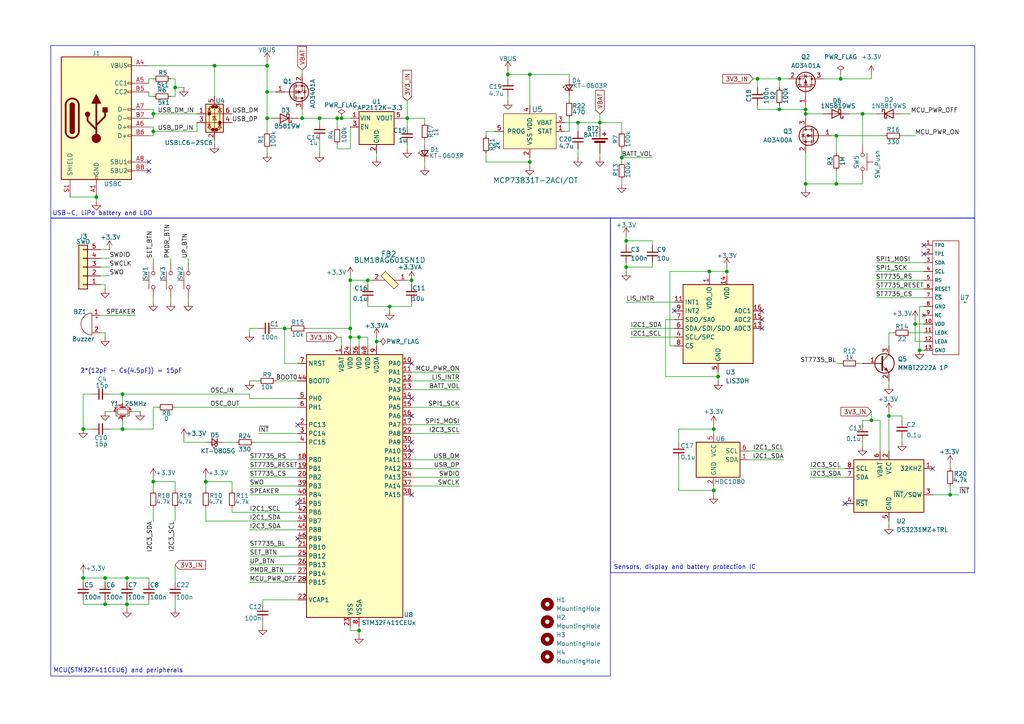
<source format=kicad_sch>
(kicad_sch (version 20231120) (generator "eeschema") (generator_version "8.0")
  (paper "A4")
  (title_block (title "dalws") (date "2024-06-24") (rev "v0.1") (company "author - alcato"))
  (junction (at 266.7 101.6))
  (junction (at 167.64 35.56))
  (junction (at 208.28 109.22))
  (junction (at 59.69 139.7))
  (junction (at 77.47 34.29))
  (junction (at 77.47 19.05))
  (junction (at 106.68 81.28))
  (junction (at 109.22 99.06))
  (junction (at 265.43 93.98))
  (junction (at 180.34 45.72))
  (junction (at 233.68 31.75))
  (junction (at 257.81 120.65))
  (junction (at 119.38 81.28))
  (junction (at 87.63 34.29))
  (junction (at 226.06 31.75))
  (junction (at 147.32 21.59))
  (junction (at 30.48 175.26))
  (junction (at 153.67 46.99))
  (junction (at 153.67 21.59))
  (junction (at 101.6 95.25))
  (junction (at 77.47 26.67))
  (junction (at 207.01 124.46))
  (junction (at 250.19 33.02))
  (junction (at 233.68 53.34))
  (junction (at 35.56 114.3))
  (junction (at 275.59 143.51))
  (junction (at 44.45 38.1))
  (junction (at 118.11 34.29))
  (junction (at 243.84 22.86))
  (junction (at 242.57 39.37))
  (junction (at 113.03 88.9))
  (junction (at 50.8 25.4))
  (junction (at 101.6 97.79))
  (junction (at 104.14 182.88))
  (junction (at 99.06 34.29))
  (junction (at 181.61 77.47))
  (junction (at 219.71 22.86))
  (junction (at 36.83 175.26))
  (junction (at 24.13 124.46))
  (junction (at 101.6 81.28))
  (junction (at 104.14 97.79))
  (junction (at 44.45 139.7))
  (junction (at 173.99 35.56))
  (junction (at 207.01 142.24))
  (junction (at 82.55 95.25))
  (junction (at 97.79 34.29))
  (junction (at 226.06 22.86))
  (junction (at 242.57 53.34))
  (junction (at 62.23 19.05))
  (junction (at 35.56 124.46))
  (junction (at 252.73 121.92))
  (junction (at 27.94 57.15))
  (junction (at 233.68 33.02))
  (junction (at 205.74 78.74))
  (junction (at 44.45 33.02))
  (junction (at 30.48 167.64))
  (junction (at 210.82 78.74))
  (junction (at 36.83 167.64))
  (junction (at 24.13 167.64))
  (junction (at 181.61 69.85))
  (junction (at 92.71 34.29))
  (no_connect (at 119.38 130.81))
  (no_connect (at 86.36 123.19))
  (no_connect (at 220.98 90.17))
  (no_connect (at 220.98 92.71))
  (no_connect (at 86.36 146.05))
  (no_connect (at 119.38 143.51))
  (no_connect (at 43.18 49.53))
  (no_connect (at 195.58 90.17))
  (no_connect (at 119.38 115.57))
  (no_connect (at 245.11 146.05))
  (no_connect (at 267.97 71.12))
  (no_connect (at 270.51 135.89))
  (no_connect (at 267.97 73.66))
  (no_connect (at 86.36 156.21))
  (no_connect (at 43.18 46.99))
  (no_connect (at 119.38 105.41))
  (no_connect (at 119.38 128.27))
  (no_connect (at 220.98 95.25))
  (no_connect (at 119.38 120.65))
  (wire (pts (xy 181.61 77.47) (xy 189.23 77.47)))
  (wire (pts (xy 104.14 97.79) (xy 106.68 97.79)))
  (wire (pts (xy 219.71 22.86) (xy 226.06 22.86)))
  (wire (pts (xy 29.21 77.47) (xy 31.75 77.47)))
  (wire (pts (xy 226.06 31.75) (xy 233.68 31.75)))
  (wire (pts (xy 109.22 44.45) (xy 109.22 45.72)))
  (wire (pts (xy 31.75 124.46) (xy 35.56 124.46)))
  (wire (pts (xy 72.39 133.35) (xy 86.36 133.35)))
  (wire (pts (xy 72.39 153.67) (xy 86.36 153.67)))
  (wire (pts (xy 250.19 121.92) (xy 250.19 123.19)))
  (wire (pts (xy 250.19 128.27) (xy 250.19 129.54)))
  (wire (pts (xy 250.19 33.02) (xy 254 33.02)))
  (wire (pts (xy 210.82 77.47) (xy 210.82 78.74)))
  (wire (pts (xy 217.17 130.81) (xy 227.33 130.81)))
  (wire (pts (xy 153.67 21.59) (xy 153.67 30.48)))
  (wire (pts (xy 50.8 25.4) (xy 50.8 27.94)))
  (wire (pts (xy 35.56 124.46) (xy 44.45 124.46)))
  (wire (pts (xy 24.13 114.3) (xy 24.13 124.46)))
  (wire (pts (xy 44.45 139.7) (xy 50.8 139.7)))
  (wire (pts (xy 30.48 167.64) (xy 36.83 167.64)))
  (wire (pts (xy 250.19 33.02) (xy 250.19 41.91)))
  (wire (pts (xy 181.61 77.47) (xy 181.61 78.74)))
  (wire (pts (xy 101.6 95.25) (xy 101.6 97.79)))
  (wire (pts (xy 275.59 140.97) (xy 275.59 143.51)))
  (wire (pts (xy 257.81 120.65) (xy 257.81 130.81)))
  (wire (pts (xy 180.34 43.18) (xy 180.34 45.72)))
  (wire (pts (xy 36.83 167.64) (xy 43.18 167.64)))
  (wire (pts (xy 219.71 30.48) (xy 219.71 31.75)))
  (wire (pts (xy 194.31 78.74) (xy 205.74 78.74)))
  (wire (pts (xy 29.21 72.39) (xy 31.75 72.39)))
  (wire (pts (xy 99.06 97.79) (xy 99.06 100.33)))
  (wire (pts (xy 43.18 34.29) (xy 44.45 34.29)))
  (wire (pts (xy 123.19 40.64) (xy 123.19 41.91)))
  (wire (pts (xy 106.68 88.9) (xy 113.03 88.9)))
  (wire (pts (xy 165.1 29.21) (xy 165.1 27.94)))
  (wire (pts (xy 265.43 93.98) (xy 267.97 93.98)))
  (wire (pts (xy 29.21 80.01) (xy 31.75 80.01)))
  (wire (pts (xy 36.83 167.64) (xy 36.83 168.91)))
  (wire (pts (xy 101.6 97.79) (xy 101.6 100.33)))
  (wire (pts (xy 44.45 139.7) (xy 44.45 142.24)))
  (wire (pts (xy 119.38 118.11) (xy 133.35 118.11)))
  (wire (pts (xy 82.55 95.25) (xy 83.82 95.25)))
  (wire (pts (xy 50.8 27.94) (xy 49.53 27.94)))
  (wire (pts (xy 92.71 34.29) (xy 97.79 34.29)))
  (wire (pts (xy 44.45 138.43) (xy 44.45 139.7)))
  (wire (pts (xy 181.61 69.85) (xy 189.23 69.85)))
  (wire (pts (xy 104.14 182.88) (xy 104.14 184.15)))
  (wire (pts (xy 29.21 74.93) (xy 31.75 74.93)))
  (wire (pts (xy 266.7 101.6) (xy 267.97 101.6)))
  (wire (pts (xy 50.8 118.11) (xy 86.36 118.11)))
  (wire (pts (xy 24.13 175.26) (xy 30.48 175.26)))
  (wire (pts (xy 217.17 133.35) (xy 227.33 133.35)))
  (wire (pts (xy 82.55 105.41) (xy 86.36 105.41)))
  (wire (pts (xy 72.39 110.49) (xy 74.93 110.49)))
  (wire (pts (xy 59.69 147.32) (xy 59.69 151.13)))
  (wire (pts (xy 36.83 173.99) (xy 36.83 175.26)))
  (wire (pts (xy 250.19 52.07) (xy 250.19 53.34)))
  (wire (pts (xy 123.19 46.99) (xy 123.19 48.26)))
  (wire (pts (xy 72.39 163.83) (xy 86.36 163.83)))
  (wire (pts (xy 43.18 27.94) (xy 44.45 27.94)))
  (wire (pts (xy 43.18 36.83) (xy 44.45 36.83)))
  (wire (pts (xy 180.34 45.72) (xy 180.34 46.99)))
  (wire (pts (xy 207.01 123.19) (xy 207.01 124.46)))
  (wire (pts (xy 53.34 128.27) (xy 59.69 128.27)))
  (wire (pts (xy 72.39 168.91) (xy 86.36 168.91)))
  (wire (pts (xy 257.81 119.38) (xy 257.81 120.65)))
  (wire (pts (xy 72.39 138.43) (xy 86.36 138.43)))
  (wire (pts (xy 254 78.74) (xy 267.97 78.74)))
  (wire (pts (xy 44.45 33.02) (xy 44.45 34.29)))
  (wire (pts (xy 24.13 173.99) (xy 24.13 175.26)))
  (wire (pts (xy 50.8 139.7) (xy 50.8 142.24)))
  (wire (pts (xy 44.45 38.1) (xy 44.45 39.37)))
  (wire (pts (xy 72.39 114.3) (xy 72.39 115.57)))
  (wire (pts (xy 72.39 166.37) (xy 86.36 166.37)))
  (wire (pts (xy 252.73 119.38) (xy 252.73 121.92)))
  (wire (pts (xy 43.18 19.05) (xy 62.23 19.05)))
  (wire (pts (xy 24.13 167.64) (xy 24.13 168.91)))
  (wire (pts (xy 118.11 43.18) (xy 118.11 41.91)))
  (wire (pts (xy 53.34 127) (xy 53.34 128.27)))
  (wire (pts (xy 275.59 134.62) (xy 275.59 135.89)))
  (wire (pts (xy 233.68 33.02) (xy 238.76 33.02)))
  (wire (pts (xy 147.32 21.59) (xy 153.67 21.59)))
  (wire (pts (xy 30.48 96.52) (xy 30.48 97.79)))
  (wire (pts (xy 181.61 76.2) (xy 181.61 77.47)))
  (wire (pts (xy 257.81 120.65) (xy 261.62 120.65)))
  (wire (pts (xy 43.18 26.67) (xy 43.18 27.94)))
  (wire (pts (xy 140.97 46.99) (xy 153.67 46.99)))
  (wire (pts (xy 97.79 34.29) (xy 99.06 34.29)))
  (wire (pts (xy 261.62 120.65) (xy 261.62 121.92)))
  (wire (pts (xy 266.7 88.9) (xy 267.97 88.9)))
  (wire (pts (xy 243.84 21.59) (xy 243.84 22.86)))
  (wire (pts (xy 153.67 21.59) (xy 165.1 21.59)))
  (wire (pts (xy 254 83.82) (xy 267.97 83.82)))
  (wire (pts (xy 205.74 78.74) (xy 210.82 78.74)))
  (wire (pts (xy 24.13 124.46) (xy 26.67 124.46)))
  (wire (pts (xy 233.68 53.34) (xy 233.68 54.61)))
  (wire (pts (xy 233.68 44.45) (xy 233.68 53.34)))
  (wire (pts (xy 86.36 34.29) (xy 87.63 34.29)))
  (wire (pts (xy 266.7 88.9) (xy 266.7 101.6)))
  (wire (pts (xy 194.31 78.74) (xy 194.31 100.33)))
  (wire (pts (xy 104.14 97.79) (xy 104.14 100.33)))
  (wire (pts (xy 193.04 92.71) (xy 195.58 92.71)))
  (wire (pts (xy 242.57 105.41) (xy 243.84 105.41)))
  (wire (pts (xy 255.27 121.92) (xy 255.27 130.81)))
  (wire (pts (xy 261.62 39.37) (xy 265.43 39.37)))
  (wire (pts (xy 181.61 68.58) (xy 181.61 69.85)))
  (wire (pts (xy 210.82 78.74) (xy 210.82 80.01)))
  (wire (pts (xy 242.57 49.53) (xy 242.57 53.34)))
  (wire (pts (xy 43.18 22.86) (xy 43.18 24.13)))
  (wire (pts (xy 207.01 124.46) (xy 207.01 125.73)))
  (wire (pts (xy 101.6 36.83) (xy 101.6 43.18)))
  (wire (pts (xy 233.68 53.34) (xy 242.57 53.34)))
  (wire (pts (xy 27.94 57.15) (xy 27.94 58.42)))
  (wire (pts (xy 140.97 44.45) (xy 140.97 46.99)))
  (wire (pts (xy 44.45 31.75) (xy 44.45 33.02)))
  (wire (pts (xy 80.01 110.49) (xy 86.36 110.49)))
  (wire (pts (xy 87.63 34.29) (xy 92.71 34.29)))
  (wire (pts (xy 29.21 96.52) (xy 30.48 96.52)))
  (wire (pts (xy 77.47 19.05) (xy 77.47 26.67)))
  (wire (pts (xy 118.11 34.29) (xy 123.19 34.29)))
  (wire (pts (xy 257.81 96.52) (xy 257.81 100.33)))
  (wire (pts (xy 72.39 135.89) (xy 86.36 135.89)))
  (wire (pts (xy 87.63 20.32) (xy 87.63 21.59)))
  (wire (pts (xy 77.47 26.67) (xy 77.47 34.29)))
  (wire (pts (xy 76.2 173.99) (xy 86.36 173.99)))
  (wire (pts (xy 73.66 128.27) (xy 86.36 128.27)))
  (wire (pts (xy 233.68 31.75) (xy 233.68 30.48)))
  (wire (pts (xy 207.01 143.51) (xy 207.01 142.24)))
  (wire (pts (xy 265.43 99.06) (xy 267.97 99.06)))
  (wire (pts (xy 119.38 138.43) (xy 133.35 138.43)))
  (wire (pts (xy 30.48 173.99) (xy 30.48 175.26)))
  (wire (pts (xy 36.83 175.26) (xy 43.18 175.26)))
  (wire (pts (xy 29.21 91.44) (xy 39.37 91.44)))
  (wire (pts (xy 106.68 97.79) (xy 106.68 100.33)))
  (wire (pts (xy 119.38 133.35) (xy 133.35 133.35)))
  (wire (pts (xy 265.43 92.71) (xy 265.43 93.98)))
  (wire (pts (xy 24.13 166.37) (xy 24.13 167.64)))
  (wire (pts (xy 257.81 96.52) (xy 259.08 96.52)))
  (wire (pts (xy 43.18 173.99) (xy 43.18 175.26)))
  (wire (pts (xy 88.9 95.25) (xy 101.6 95.25)))
  (wire (pts (xy 173.99 33.02) (xy 173.99 35.56)))
  (wire (pts (xy 163.83 35.56) (xy 167.64 35.56)))
  (wire (pts (xy 109.22 97.79) (xy 109.22 99.06)))
  (wire (pts (xy 140.97 38.1) (xy 143.51 38.1)))
  (wire (pts (xy 101.6 181.61) (xy 101.6 182.88)))
  (wire (pts (xy 119.38 87.63) (xy 119.38 88.9)))
  (wire (pts (xy 44.45 118.11) (xy 44.45 124.46)))
  (wire (pts (xy 182.88 95.25) (xy 195.58 95.25)))
  (wire (pts (xy 106.68 81.28) (xy 107.95 81.28)))
  (wire (pts (xy 181.61 87.63) (xy 195.58 87.63)))
  (wire (pts (xy 254 81.28) (xy 267.97 81.28)))
  (wire (pts (xy 77.47 17.78) (xy 77.47 19.05)))
  (wire (pts (xy 54.61 74.93) (xy 54.61 76.2)))
  (wire (pts (xy 49.53 87.63) (xy 49.53 86.36)))
  (wire (pts (xy 257.81 151.13) (xy 257.81 152.4)))
  (wire (pts (xy 219.71 22.86) (xy 219.71 25.4)))
  (wire (pts (xy 50.8 22.86) (xy 50.8 25.4)))
  (wire (pts (xy 92.71 35.56) (xy 92.71 34.29)))
  (wire (pts (xy 62.23 19.05) (xy 62.23 27.94)))
  (wire (pts (xy 72.39 95.25) (xy 72.39 96.52)))
  (wire (pts (xy 270.51 143.51) (xy 275.59 143.51)))
  (wire (pts (xy 153.67 45.72) (xy 153.67 46.99)))
  (wire (pts (xy 254 86.36) (xy 267.97 86.36)))
  (wire (pts (xy 64.77 128.27) (xy 68.58 128.27)))
  (wire (pts (xy 77.47 43.18) (xy 77.47 44.45)))
  (wire (pts (xy 106.68 87.63) (xy 106.68 88.9)))
  (wire (pts (xy 193.04 92.71) (xy 193.04 109.22)))
  (wire (pts (xy 59.69 139.7) (xy 67.31 139.7)))
  (wire (pts (xy 242.57 53.34) (xy 250.19 53.34)))
  (wire (pts (xy 218.44 22.86) (xy 219.71 22.86)))
  (wire (pts (xy 106.68 81.28) (xy 106.68 82.55)))
  (wire (pts (xy 123.19 34.29) (xy 123.19 35.56)))
  (wire (pts (xy 35.56 114.3) (xy 35.56 116.84)))
  (wire (pts (xy 196.85 142.24) (xy 207.01 142.24)))
  (wire (pts (xy 265.43 93.98) (xy 265.43 99.06)))
  (wire (pts (xy 119.38 110.49) (xy 133.35 110.49)))
  (wire (pts (xy 44.45 36.83) (xy 44.45 38.1)))
  (wire (pts (xy 72.39 115.57) (xy 86.36 115.57)))
  (wire (pts (xy 36.83 175.26) (xy 36.83 176.53)))
  (wire (pts (xy 180.34 45.72) (xy 189.23 45.72)))
  (wire (pts (xy 163.83 38.1) (xy 165.1 38.1)))
  (wire (pts (xy 167.64 43.18) (xy 167.64 45.72)))
  (wire (pts (xy 189.23 76.2) (xy 189.23 77.47)))
  (wire (pts (xy 196.85 124.46) (xy 207.01 124.46)))
  (wire (pts (xy 234.95 138.43) (xy 245.11 138.43)))
  (wire (pts (xy 196.85 124.46) (xy 196.85 128.27)))
  (wire (pts (xy 30.48 119.38) (xy 33.02 119.38)))
  (wire (pts (xy 226.06 22.86) (xy 228.6 22.86)))
  (wire (pts (xy 43.18 39.37) (xy 44.45 39.37)))
  (wire (pts (xy 233.68 33.02) (xy 233.68 34.29)))
  (wire (pts (xy 72.39 158.75) (xy 86.36 158.75)))
  (wire (pts (xy 77.47 34.29) (xy 77.47 38.1)))
  (wire (pts (xy 119.38 113.03) (xy 133.35 113.03)))
  (wire (pts (xy 208.28 109.22) (xy 208.28 110.49)))
  (wire (pts (xy 59.69 139.7) (xy 59.69 142.24)))
  (wire (pts (xy 118.11 34.29) (xy 118.11 36.83)))
  (wire (pts (xy 241.3 39.37) (xy 242.57 39.37)))
  (wire (pts (xy 54.61 87.63) (xy 54.61 86.36)))
  (wire (pts (xy 50.8 147.32) (xy 50.8 151.13)))
  (wire (pts (xy 72.39 143.51) (xy 86.36 143.51)))
  (wire (pts (xy 254 76.2) (xy 267.97 76.2)))
  (wire (pts (xy 167.64 35.56) (xy 167.64 38.1)))
  (wire (pts (xy 248.92 105.41) (xy 250.19 105.41)))
  (wire (pts (xy 116.84 34.29) (xy 118.11 34.29)))
  (wire (pts (xy 180.34 52.07) (xy 180.34 53.34)))
  (wire (pts (xy 92.71 44.45) (xy 92.71 40.64)))
  (wire (pts (xy 59.69 138.43) (xy 59.69 139.7)))
  (wire (pts (xy 76.2 173.99) (xy 76.2 175.26)))
  (wire (pts (xy 234.95 135.89) (xy 245.11 135.89)))
  (wire (pts (xy 147.32 21.59) (xy 147.32 22.86)))
  (wire (pts (xy 44.45 38.1) (xy 57.15 38.1)))
  (wire (pts (xy 67.31 147.32) (xy 67.31 148.59)))
  (wire (pts (xy 226.06 22.86) (xy 226.06 25.4)))
  (wire (pts (xy 118.11 81.28) (xy 119.38 81.28)))
  (wire (pts (xy 44.45 87.63) (xy 44.45 86.36)))
  (wire (pts (xy 119.38 107.95) (xy 133.35 107.95)))
  (wire (pts (xy 173.99 35.56) (xy 180.34 35.56)))
  (wire (pts (xy 193.04 109.22) (xy 208.28 109.22)))
  (wire (pts (xy 44.45 74.93) (xy 44.45 76.2)))
  (wire (pts (xy 226.06 30.48) (xy 226.06 31.75)))
  (wire (pts (xy 252.73 21.59) (xy 252.73 22.86)))
  (wire (pts (xy 99.06 34.29) (xy 101.6 34.29)))
  (wire (pts (xy 97.79 43.18) (xy 101.6 43.18)))
  (wire (pts (xy 182.88 97.79) (xy 195.58 97.79)))
  (wire (pts (xy 140.97 38.1) (xy 140.97 39.37)))
  (wire (pts (xy 35.56 121.92) (xy 35.56 124.46)))
  (wire (pts (xy 119.38 140.97) (xy 133.35 140.97)))
  (wire (pts (xy 50.8 163.83) (xy 50.8 168.91)))
  (wire (pts (xy 119.38 123.19) (xy 133.35 123.19)))
  (wire (pts (xy 24.13 167.64) (xy 30.48 167.64)))
  (wire (pts (xy 50.8 25.4) (xy 53.34 25.4)))
  (wire (pts (xy 250.19 121.92) (xy 252.73 121.92)))
  (wire (pts (xy 173.99 44.45) (xy 173.99 45.72)))
  (wire (pts (xy 44.45 118.11) (xy 45.72 118.11)))
  (wire (pts (xy 97.79 97.79) (xy 99.06 97.79)))
  (wire (pts (xy 82.55 95.25) (xy 82.55 105.41)))
  (wire (pts (xy 97.79 34.29) (xy 97.79 36.83)))
  (wire (pts (xy 219.71 31.75) (xy 226.06 31.75)))
  (wire (pts (xy 50.8 22.86) (xy 49.53 22.86)))
  (wire (pts (xy 43.18 167.64) (xy 43.18 168.91)))
  (wire (pts (xy 101.6 182.88) (xy 104.14 182.88)))
  (wire (pts (xy 165.1 34.29) (xy 165.1 38.1)))
  (wire (pts (xy 87.63 31.75) (xy 87.63 34.29)))
  (wire (pts (xy 205.74 78.74) (xy 205.74 80.01)))
  (wire (pts (xy 30.48 167.64) (xy 30.48 168.91)))
  (wire (pts (xy 207.01 140.97) (xy 207.01 142.24)))
  (wire (pts (xy 50.8 173.99) (xy 50.8 176.53)))
  (wire (pts (xy 147.32 20.32) (xy 147.32 21.59)))
  (wire (pts (xy 67.31 148.59) (xy 86.36 148.59)))
  (wire (pts (xy 119.38 125.73) (xy 133.35 125.73)))
  (wire (pts (xy 233.68 31.75) (xy 233.68 33.02)))
  (wire (pts (xy 264.16 96.52) (xy 267.97 96.52)))
  (wire (pts (xy 77.47 26.67) (xy 80.01 26.67)))
  (wire (pts (xy 165.1 21.59) (xy 165.1 22.86)))
  (wire (pts (xy 275.59 143.51) (xy 278.13 143.51)))
  (wire (pts (xy 153.67 46.99) (xy 153.67 48.26)))
  (wire (pts (xy 113.03 88.9) (xy 113.03 90.17)))
  (wire (pts (xy 189.23 69.85) (xy 189.23 71.12)))
  (wire (pts (xy 57.15 35.56) (xy 57.15 38.1)))
  (wire (pts (xy 49.53 74.93) (xy 49.53 76.2)))
  (wire (pts (xy 119.38 135.89) (xy 133.35 135.89)))
  (wire (pts (xy 72.39 140.97) (xy 86.36 140.97)))
  (wire (pts (xy 35.56 114.3) (xy 72.39 114.3)))
  (wire (pts (xy 67.31 139.7) (xy 67.31 142.24)))
  (wire (pts (xy 113.03 88.9) (xy 119.38 88.9)))
  (wire (pts (xy 242.57 39.37) (xy 242.57 44.45)))
  (wire (pts (xy 38.1 119.38) (xy 40.64 119.38)))
  (wire (pts (xy 101.6 97.79) (xy 104.14 97.79)))
  (wire (pts (xy 30.48 82.55) (xy 30.48 83.82)))
  (wire (pts (xy 257.81 110.49) (xy 257.81 111.76)))
  (wire (pts (xy 196.85 133.35) (xy 196.85 142.24)))
  (wire (pts (xy 173.99 36.83) (xy 173.99 35.56)))
  (wire (pts (xy 208.28 107.95) (xy 208.28 109.22)))
  (wire (pts (xy 261.62 33.02) (xy 264.16 33.02)))
  (wire (pts (xy 59.69 151.13) (xy 86.36 151.13)))
  (wire (pts (xy 109.22 99.06) (xy 109.22 100.33)))
  (wire (pts (xy 101.6 81.28) (xy 106.68 81.28)))
  (wire (pts (xy 31.75 114.3) (xy 35.56 114.3)))
  (wire (pts (xy 72.39 95.25) (xy 74.93 95.25)))
  (wire (pts (xy 76.2 180.34) (xy 76.2 181.61)))
  (wire (pts (xy 242.57 39.37) (xy 256.54 39.37)))
  (wire (pts (xy 20.32 57.15) (xy 27.94 57.15)))
  (wire (pts (xy 181.61 69.85) (xy 181.61 71.12)))
  (wire (pts (xy 246.38 33.02) (xy 250.19 33.02)))
  (wire (pts (xy 119.38 81.28) (xy 119.38 82.55)))
  (wire (pts (xy 24.13 114.3) (xy 26.67 114.3)))
  (wire (pts (xy 194.31 100.33) (xy 195.58 100.33)))
  (wire (pts (xy 167.64 35.56) (xy 173.99 35.56)))
  (wire (pts (xy 238.76 22.86) (xy 243.84 22.86)))
  (wire (pts (xy 72.39 161.29) (xy 86.36 161.29)))
  (wire (pts (xy 261.62 127) (xy 261.62 128.27)))
  (wire (pts (xy 43.18 22.86) (xy 44.45 22.86)))
  (wire (pts (xy 44.45 33.02) (xy 57.15 33.02)))
  (wire (pts (xy 252.73 121.92) (xy 255.27 121.92)))
  (wire (pts (xy 77.47 34.29) (xy 78.74 34.29)))
  (wire (pts (xy 62.23 40.64) (xy 62.23 41.91)))
  (wire (pts (xy 80.01 95.25) (xy 82.55 95.25)))
  (wire (pts (xy 30.48 175.26) (xy 36.83 175.26)))
  (wire (pts (xy 243.84 22.86) (xy 252.73 22.86)))
  (wire (pts (xy 29.21 82.55) (xy 30.48 82.55)))
  (wire (pts (xy 180.34 35.56) (xy 180.34 38.1)))
  (wire (pts (xy 104.14 181.61) (xy 104.14 182.88)))
  (wire (pts (xy 74.93 125.73) (xy 86.36 125.73)))
  (wire (pts (xy 97.79 41.91) (xy 97.79 43.18)))
  (wire (pts (xy 101.6 81.28) (xy 101.6 95.25)))
  (wire (pts (xy 147.32 27.94) (xy 147.32 29.21)))
  (wire (pts (xy 62.23 19.05) (xy 77.47 19.05)))
  (wire (pts (xy 43.18 31.75) (xy 44.45 31.75)))
  (wire (pts (xy 101.6 80.01) (xy 101.6 81.28)))
  (wire (pts (xy 118.11 29.21) (xy 118.11 34.29)))
  (wire (pts (xy 44.45 147.32) (xy 44.45 151.13)))
  (rectangle (start 14.732 13.208) (end 282.702 63.246))
  (rectangle (start 177.038 63.246) (end 282.702 166.116))
  (rectangle (start 14.732 63.246) (end 177.038 196.088))
  (text "MCU(STM32F411CEU6) and peripherals" (at 34.29 194.564 0) (effects (font (size 1.27 1.27))))
  (text "2*(12pF - Cs(4.5pF)) = 15pF" (at 38.1 107.696 0) (effects (font (size 1.27 1.27))))
  (text "USB-C, LiPo battery and LDO" (at 29.718 61.976 0) (effects (font (size 1.27 1.27))))
  (text "Sensors, display and battery protection IC" (at 198.628 164.592 0) (effects (font (size 1.27 1.27))))
  (label "BATT_VOL" (at 133.35 113.03 180))
  (label "I2C1_SDA" (at 182.88 95.25 0))
  (label "SWCLK" (at 31.75 77.47 0))
  (label "ST7735_BL" (at 242.57 105.41 180))
  (label "MCU_PWR_OFF" (at 264.16 33.02 0))
  (label "MCU_PWR_ON" (at 265.43 39.37 0))
  (label "USB_DM" (at 133.35 133.35 180))
  (label "ST7735_CS" (at 72.39 138.43 0))
  (label "I2C3_SCL" (at 50.8 151.13 270))
  (label "SWCLK" (at 133.35 140.97 180))
  (label "SWO" (at 31.75 80.01 0))
  (label "I2C3_SCL" (at 234.95 135.89 0))
  (label "ST7735_RESET" (at 72.39 135.89 0))
  (label "USB_DP" (at 133.35 135.89 180))
  (label "SWDIO" (at 133.35 138.43 180))
  (label "OSC_OUT" (at 60.96 118.11 0))
  (label "MCU_PWR_OFF" (at 72.39 168.91 0))
  (label "~{INT}" (at 278.13 143.51 0))
  (label "ST7735_BL" (at 72.39 158.75 0))
  (label "I2C3_SCL" (at 133.35 125.73 180))
  (label "I2C1_SCL" (at 182.88 97.79 0))
  (label "I2C1_SDA" (at 227.33 133.35 180))
  (label "ST7735_CS" (at 254 86.36 0))
  (label "ST7735_RS" (at 72.39 133.35 0))
  (label "I2C3_SDA" (at 44.45 151.13 270))
  (label "USB_DP_IN" (at 45.72 38.1 0))
  (label "SPI1_MOSI" (at 254 76.2 0))
  (label "SPI1_SCK" (at 254 78.74 0))
  (label "ST7735_RS" (at 254 81.28 0))
  (label "BATT_VOL" (at 189.23 45.72 180))
  (label "UP_BTN" (at 54.61 74.93 90))
  (label "SET_BTN" (at 72.39 161.29 0))
  (label "SWO" (at 72.39 140.97 0))
  (label "BOOT0" (at 80.01 110.49 0))
  (label "ST7735_RESET" (at 254 83.82 0))
  (label "~{INT}" (at 74.93 125.73 0))
  (label "I2C1_SDA" (at 72.39 151.13 0))
  (label "MCU_PWR_ON" (at 133.35 107.95 180))
  (label "SPI1_MOSI" (at 133.35 123.19 180))
  (label "I2C3_SDA" (at 72.39 153.67 0))
  (label "USB_DM" (at 67.31 33.02 0))
  (label "USB_DP" (at 67.31 35.56 0))
  (label "LIS_INTR" (at 181.61 87.63 0))
  (label "PMDR_BTN" (at 72.39 166.37 0))
  (label "SWDIO" (at 31.75 74.93 0))
  (label "SET_BTN" (at 44.45 74.93 90))
  (label "I2C1_SCL" (at 72.39 148.59 0))
  (label "LIS_INTR" (at 133.35 110.49 180))
  (label "OSC_IN" (at 60.96 114.3 0))
  (label "I2C3_SDA" (at 234.95 138.43 0))
  (label "USB_DM_IN" (at 45.72 33.02 0))
  (label "I2C1_SCL" (at 227.33 130.81 180))
  (label "SPEAKER" (at 72.39 143.51 0))
  (label "SPI1_SCK" (at 133.35 118.11 180))
  (label "SPEAKER" (at 39.37 91.44 180))
  (label "PMDR_BTN" (at 49.53 74.93 90))
  (label "UP_BTN" (at 72.39 163.83 0))
  (global_label "3V3_IN" (shape input) (at 118.11 29.21 90) (property "Intersheetrefs" "${INTERSHEET_REFS}" (effects (hide yes))))
  (global_label "3V3_IN" (shape input) (at 50.8 163.83 0) (property "Intersheetrefs" "${INTERSHEET_REFS}" (effects (hide yes))))
  (global_label "3V3_IN" (shape input) (at 97.79 97.79 180) (property "Intersheetrefs" "${INTERSHEET_REFS}" (effects (hide yes))))
  (global_label "3V3_IN" (shape input) (at 218.44 22.86 180) (property "Intersheetrefs" "${INTERSHEET_REFS}" (effects (hide yes))))
  (global_label "3V3_IN" (shape input) (at 252.73 119.38 180) (property "Intersheetrefs" "${INTERSHEET_REFS}" (effects (hide yes))))
  (global_label "VBAT" (shape input) (at 87.63 20.32 90) (property "Intersheetrefs" "${INTERSHEET_REFS}" (effects (hide yes))))
  (global_label "VBAT" (shape input) (at 173.99 33.02 90) (property "Intersheetrefs" "${INTERSHEET_REFS}" (effects (hide yes))))
  (symbol (lib_id "Device:C_Small") (at 181.61 73.66 0) (unit 1)
    (property "Reference" "C3" (at 182.88 72.39 0) (effects (justify left)))
    (property "Value" "100n" (at 182.88 74.93 0) (effects (justify left)))
    (property "Footprint" "Capacitor_SMD:C_0402_1005Metric_Pad0.74x0.62mm_HandSolder" (effects (hide yes)))
    (property "Description" "Unpolarized capacitor, small symbol" (effects (hide yes)))
  )
  (symbol (lib_id "Sensor_Motion:LIS3DH") (at 208.28 92.71 0) (unit 1)
    (property "Reference" "U3" (at 210.4741 107.95 0) (effects (justify left)))
    (property "Value" "LIS3DH" (at 210.4741 110.49 0) (effects (justify left)))
    (property "Footprint" "alcato:LIS3DHTR" (effects (hide yes)))
    (property "Datasheet" "https://www.st.com/resource/en/datasheet/cd00274221.pdf" (effects (hide yes)))
    (property "Description" "3-Axis Accelerometer, 2/4/8/16g range, I2C/SPI interface, LGA-16" (effects (hide yes)))
  )
  (symbol (lib_id "power:GND") (at 44.45 87.63 0) (unit 1)
    (property "Reference" "#PWR028" (effects (hide yes)))
    (property "Value" "GND" (effects (hide yes)))
    (property "Description" "Power symbol creates a global label with name \"GND\" , ground" (effects (hide yes)))
  )
  (symbol (lib_id "power:GND") (at 173.99 45.72 0) (unit 1)
    (property "Reference" "#PWR09" (effects (hide yes)))
    (property "Value" "GND" (effects (hide yes)))
    (property "Description" "Power symbol creates a global label with name \"GND\" , ground" (effects (hide yes)))
  )
  (symbol (lib_id "Switch:SW_Push") (at 44.45 81.28 90) (unit 1)
    (property "Reference" "SW1" (at 42.164 77.216 0) (effects (justify right)))
    (property "Value" "SW_Push" (effects (hide yes)))
    (property "Footprint" "alcato:GT-TC060A-H025-L1" (effects (hide yes)))
    (property "Description" "Push button switch, generic, two pins" (effects (hide yes)))
  )
  (symbol (lib_id "power:GND") (at 250.19 129.54 0) (unit 1)
    (property "Reference" "#PWR040" (effects (hide yes)))
    (property "Value" "GND" (effects (hide yes)))
    (property "Description" "Power symbol creates a global label with name \"GND\" , ground" (effects (hide yes)))
  )
  (symbol (lib_id "power:GND") (at 49.53 87.63 0) (unit 1)
    (property "Reference" "#PWR044" (effects (hide yes)))
    (property "Value" "GND" (effects (hide yes)))
    (property "Description" "Power symbol creates a global label with name \"GND\" , ground" (effects (hide yes)))
  )
  (symbol (lib_id "Device:LED_Small") (at 165.1 25.4 90) (unit 1)
    (property "Reference" "D4" (at 165.862 23.368 90) (effects (justify right)))
    (property "Value" "KT-0603R" (at 166.116 24.892 90) (effects (justify right)))
    (property "Footprint" "LED_SMD:LED_0603_1608Metric_Pad1.05x0.95mm_HandSolder" (effects (hide yes)))
    (property "Description" "Light emitting diode, small symbol" (effects (hide yes)))
  )
  (symbol (lib_id "Mechanical:MountingHole") (at 158.75 190.5 0) (unit 1) (exclude_from_sim yes) (in_bom no)
    (property "Reference" "H4" (at 161.29 189.2299 0) (effects (justify left)))
    (property "Value" "MountingHole" (at 161.29 191.7699 0) (effects (justify left)))
    (property "Footprint" "MountingHole:MountingHole_2.7mm_M2.5_DIN965" (effects (hide yes)))
    (property "Description" "Mounting Hole without connection" (effects (hide yes)))
  )
  (symbol (lib_id "Device:R_Small") (at 44.45 144.78 0) (unit 1)
    (property "Reference" "R18" (at 45.466 143.764 0) (effects (justify left)))
    (property "Value" "4.7k" (at 45.212 145.542 0) (effects (justify left)))
    (property "Footprint" "Resistor_SMD:R_0805_2012Metric" (effects (hide yes)))
    (property "Description" "Resistor, small symbol" (effects (hide yes)))
  )
  (symbol (lib_id "power:+3.3V") (at 252.73 21.59 0) (unit 1)
    (property "Reference" "#PWR045" (effects (hide yes)))
    (property "Value" "+3.3V" (at 252.73 16.51 0))
    (property "Description" "Power symbol creates a global label with name \"+3.3V\"" (effects (hide yes)))
  )
  (symbol (lib_id "power:+3.3V") (at 101.6 80.01 0) (unit 1)
    (property "Reference" "#PWR011" (effects (hide yes)))
    (property "Value" "+3.3V" (at 97.536 78.994 0))
    (property "Description" "Power symbol creates a global label with name \"+3.3V\"" (effects (hide yes)))
  )
  (symbol (lib_id "power:GND") (at 233.68 54.61 0) (unit 1)
    (property "Reference" "#PWR047" (effects (hide yes)))
    (property "Value" "GND" (effects (hide yes)))
    (property "Description" "Power symbol creates a global label with name \"GND\" , ground" (effects (hide yes)))
  )
  (symbol (lib_id "power:GND") (at 104.14 184.15 0) (unit 1)
    (property "Reference" "#PWR014" (effects (hide yes)))
    (property "Value" "GND" (effects (hide yes)))
    (property "Description" "Power symbol creates a global label with name \"GND\" , ground" (effects (hide yes)))
  )
  (symbol (lib_id "Device:R_Small") (at 226.06 27.94 180) (unit 1)
    (property "Reference" "R2" (at 224.282 27.686 90))
    (property "Value" "100k" (at 227.838 27.686 90))
    (property "Footprint" "Resistor_SMD:R_0402_1005Metric_Pad0.72x0.64mm_HandSolder" (effects (hide yes)))
    (property "Description" "Resistor, small symbol" (effects (hide yes)))
  )
  (symbol (lib_id "power:GND") (at 36.83 176.53 0) (unit 1)
    (property "Reference" "#PWR037" (effects (hide yes)))
    (property "Value" "GND" (effects (hide yes)))
    (property "Description" "Power symbol creates a global label with name \"GND\" , ground" (effects (hide yes)))
  )
  (symbol (lib_id "Device:D_Schottky") (at 82.55 34.29 180) (unit 1)
    (property "Reference" "D3" (at 82.804 32.004 0))
    (property "Value" "B5819W" (at 83.312 36.576 0))
    (property "Footprint" "B5819W:B5819W" (effects (hide yes)))
    (property "Description" "Schottky diode" (effects (hide yes)))
  )
  (symbol (lib_id "MCU_ST_STM32F4:STM32F411CEUx") (at 101.6 140.97 0) (unit 1)
    (property "Reference" "U8" (at 117.094 178.308 0) (effects (justify left)))
    (property "Value" "STM32F411CEUx" (at 104.902 180.594 0) (effects (justify left)))
    (property "Footprint" "Package_DFN_QFN:QFN-48-1EP_7x7mm_P0.5mm_EP5.6x5.6mm" (effects (hide yes)))
    (property "Datasheet" "https://www.st.com/resource/en/datasheet/stm32f411ce.pdf" (effects (hide yes)))
    (property "Description" "STMicroelectronics Arm Cortex-M4 MCU, 512KB flash, 128KB RAM, 100 MHz, 1.7-3.6V, 36 GPIO, UFQFPN48" (effects (hide yes)))
  )
  (symbol (lib_id "Mechanical:MountingHole") (at 158.75 180.34 0) (unit 1) (exclude_from_sim yes) (in_bom no)
    (property "Reference" "H2" (at 161.29 179.0699 0) (effects (justify left)))
    (property "Value" "MountingHole" (at 161.29 181.6099 0) (effects (justify left)))
    (property "Footprint" "MountingHole:MountingHole_2.7mm_M2.5_DIN965" (effects (hide yes)))
    (property "Description" "Mounting Hole without connection" (effects (hide yes)))
  )
  (symbol (lib_id "power:GND") (at 208.28 110.49 0) (unit 1)
    (property "Reference" "#PWR048" (effects (hide yes)))
    (property "Value" "GND" (effects (hide yes)))
    (property "Description" "Power symbol creates a global label with name \"GND\" , ground" (effects (hide yes)))
  )
  (symbol (lib_id "Device:R_Small") (at 165.1 31.75 180) (unit 1)
    (property "Reference" "R22" (at 167.894 30.734 0))
    (property "Value" "470" (at 167.894 32.512 0))
    (property "Footprint" "Resistor_SMD:R_0402_1005Metric_Pad0.72x0.64mm_HandSolder" (effects (hide yes)))
    (property "Description" "Resistor, small symbol" (effects (hide yes)))
  )
  (symbol (lib_id "Diode:1N5819WS") (at 242.57 33.02 180) (unit 1)
    (property "Reference" "D6" (at 242.824 29.21 0))
    (property "Value" "1N5819WS" (at 243.078 30.734 0))
    (property "Footprint" "Diode_SMD:D_SOD-323" (effects (hide yes)))
    (property "Datasheet" "https://datasheet.lcsc.com/lcsc/2204281430_Guangdong-Hottech-1N5819WS_C191023.pdf" (effects (hide yes)))
    (property "Description" "40V 600mV@1A 1A SOD-323 Schottky Barrier Diodes, SOD-323" (effects (hide yes)))
  )
  (symbol (lib_id "Device:C_Small") (at 250.19 125.73 0) (unit 1)
    (property "Reference" "C13" (at 246.126 124.206 0) (effects (justify left)))
    (property "Value" "0.1u" (at 245.364 127.254 0) (effects (justify left)))
    (property "Footprint" "Capacitor_SMD:C_0402_1005Metric_Pad0.74x0.62mm_HandSolder" (effects (hide yes)))
    (property "Description" "Unpolarized capacitor, small symbol" (effects (hide yes)))
  )
  (symbol (lib_id "Device:Battery_Cell") (at 173.99 41.91 0) (unit 1)
    (property "Reference" "BT2" (at 170.18 37.338 0) (effects (justify left)))
    (property "Value" "BATT" (at 169.164 39.116 0) (effects (justify left)))
    (property "Footprint" "Connector_PinHeader_2.54mm:PinHeader_1x02_P2.54mm_Vertical" (effects (hide yes)))
    (property "Description" "Single-cell battery" (effects (hide yes)))
  )
  (symbol (lib_id "power:+3.3V") (at 265.43 92.71 0) (unit 1)
    (property "Reference" "#PWR033" (effects (hide yes)))
    (property "Value" "+3.3V" (at 261.62 90.932 0))
    (property "Description" "Power symbol creates a global label with name \"+3.3V\"" (effects (hide yes)))
  )
  (symbol (lib_id "power:+3.3V") (at 207.01 123.19 0) (unit 1)
    (property "Reference" "#PWR027" (effects (hide yes)))
    (property "Value" "+3.3V" (at 207.01 119.38 0))
    (property "Description" "Power symbol creates a global label with name \"+3.3V\"" (effects (hide yes)))
  )
  (symbol (lib_id "Transistor_FET:AO3401A") (at 85.09 26.67 0) (mirror x) (unit 1)
    (property "Reference" "Q1" (at 82.042 23.622 0) (effects (justify left)))
    (property "Value" "AO3401A" (at 90.678 22.86 90) (effects (justify left)))
    (property "Footprint" "Package_TO_SOT_SMD:SOT-23" (effects (hide yes)))
    (property "Datasheet" "http://www.aosmd.com/pdfs/datasheet/AO3401A.pdf" (effects (hide yes)))
    (property "Description" "-4.0A Id, -30V Vds, P-Channel MOSFET, SOT-23" (effects (hide yes)))
  )
  (symbol (lib_id "power:+3.3V") (at 59.69 138.43 0) (unit 1)
    (property "Reference" "#PWR022" (effects (hide yes)))
    (property "Value" "+3.3V" (at 63.246 137.16 0))
    (property "Description" "Power symbol creates a global label with name \"+3.3V\"" (effects (hide yes)))
  )
  (symbol (lib_id "Device:R_Small") (at 77.47 110.49 90) (unit 1)
    (property "Reference" "R9" (at 77.47 108.712 90))
    (property "Value" "10k" (at 77.47 112.268 90))
    (property "Footprint" "Resistor_SMD:R_0402_1005Metric_Pad0.72x0.64mm_HandSolder" (effects (hide yes)))
    (property "Description" "Resistor, small symbol" (effects (hide yes)))
  )
  (symbol (lib_id "power:+3.3V") (at 31.75 72.39 0) (unit 1)
    (property "Reference" "#PWR018" (effects (hide yes)))
    (property "Value" "+3.3V" (at 32.004 68.834 0))
    (property "Description" "Power symbol creates a global label with name \"+3.3V\"" (effects (hide yes)))
  )
  (symbol (lib_id "Power_Protection:USBLC6-2SC6") (at 62.23 33.02 0) (unit 1)
    (property "Reference" "U4" (at 62.484 29.21 0) (effects (justify left)))
    (property "Value" "USBLC6-2SC6" (at 47.752 41.402 0) (effects (justify left)))
    (property "Footprint" "Package_TO_SOT_SMD:SOT-23-6" (effects (hide yes)))
    (property "Datasheet" "https://www.st.com/resource/en/datasheet/usblc6-2.pdf" (effects (hide yes)))
    (property "Description" "Very low capacitance ESD protection diode, 2 data-line, SOT-23-6" (effects (hide yes)))
  )
  (symbol (lib_id "Device:R_Small") (at 259.08 39.37 270) (unit 1)
    (property "Reference" "R16" (at 259.08 37.592 90))
    (property "Value" "330" (at 259.08 41.148 90))
    (property "Footprint" "Resistor_SMD:R_0402_1005Metric_Pad0.72x0.64mm_HandSolder" (effects (hide yes)))
    (property "Description" "Resistor, small symbol" (effects (hide yes)))
  )
  (symbol (lib_id "power:GND") (at 50.8 176.53 0) (unit 1)
    (property "Reference" "#PWR013" (effects (hide yes)))
    (property "Value" "GND" (effects (hide yes)))
    (property "Description" "Power symbol creates a global label with name \"GND\" , ground" (effects (hide yes)))
  )
  (symbol (lib_id "Device:R_Small") (at 67.31 144.78 0) (unit 1)
    (property "Reference" "R11" (at 68.326 143.764 0) (effects (justify left)))
    (property "Value" "4.7k" (at 68.072 145.542 0) (effects (justify left)))
    (property "Footprint" "Resistor_SMD:R_0805_2012Metric" (effects (hide yes)))
    (property "Description" "Resistor, small symbol" (effects (hide yes)))
  )
  (symbol (lib_id "Device:C_Small") (at 147.32 25.4 180) (unit 1)
    (property "Reference" "C19" (at 141.732 25.146 0) (effects (justify right)))
    (property "Value" "4.7u" (at 141.732 27.178 0) (effects (justify right)))
    (property "Footprint" "Capacitor_SMD:C_0805_2012Metric" (effects (hide yes)))
    (property "Description" "Unpolarized capacitor, small symbol" (effects (hide yes)))
  )
  (symbol (lib_id "power:GND") (at 261.62 128.27 0) (unit 1)
    (property "Reference" "#PWR034" (effects (hide yes)))
    (property "Value" "GND" (effects (hide yes)))
    (property "Description" "Power symbol creates a global label with name \"GND\" , ground" (effects (hide yes)))
  )
  (symbol (lib_id "Device:LED_Small") (at 123.19 44.45 90) (unit 1)
    (property "Reference" "D1" (at 124.714 43.434 90) (effects (justify right)))
    (property "Value" "KT-0603R" (at 124.46 45.212 90) (effects (justify right)))
    (property "Footprint" "LED_SMD:LED_0603_1608Metric_Pad1.05x0.95mm_HandSolder" (effects (hide yes)))
    (property "Description" "Light emitting diode, small symbol" (effects (hide yes)))
  )
  (symbol (lib_id "power:GND") (at 266.7 101.6 0) (unit 1)
    (property "Reference" "#PWR032" (effects (hide yes)))
    (property "Value" "GND" (effects (hide yes)))
    (property "Description" "Power symbol creates a global label with name \"GND\" , ground" (effects (hide yes)))
  )
  (symbol (lib_id "Device:C_Small") (at 92.71 38.1 180) (unit 1)
    (property "Reference" "C14" (at 88.9 39.878 0) (effects (justify right)))
    (property "Value" "1u" (at 89.662 41.402 0) (effects (justify right)))
    (property "Footprint" "Capacitor_SMD:C_0402_1005Metric_Pad0.74x0.62mm_HandSolder" (effects (hide yes)))
    (property "Description" "Unpolarized capacitor, small symbol" (effects (hide yes)))
  )
  (symbol (lib_id "Device:R_Small") (at 50.8 144.78 0) (unit 1)
    (property "Reference" "R19" (at 51.816 143.764 0) (effects (justify left)))
    (property "Value" "4.7k" (at 51.562 145.542 0) (effects (justify left)))
    (property "Footprint" "Resistor_SMD:R_0805_2012Metric" (effects (hide yes)))
    (property "Description" "Resistor, small symbol" (effects (hide yes)))
  )
  (symbol (lib_id "Device:R_Small") (at 123.19 38.1 180) (unit 1)
    (property "Reference" "R17" (at 124.968 38.1 90))
    (property "Value" "1k" (at 126.492 38.354 90))
    (property "Footprint" "Resistor_SMD:R_0402_1005Metric_Pad0.72x0.64mm_HandSolder" (effects (hide yes)))
    (property "Description" "Resistor, small symbol" (effects (hide yes)))
  )
  (symbol (lib_id "power:GND") (at 30.48 119.38 0) (unit 1)
    (property "Reference" "#PWR016" (effects (hide yes)))
    (property "Value" "GND" (effects (hide yes)))
    (property "Description" "Power symbol creates a global label with name \"GND\" , ground" (effects (hide yes)))
  )
  (symbol (lib_id "Device:R_Small") (at 48.26 118.11 270) (mirror x) (unit 1)
    (property "Reference" "R8" (at 48.26 119.888 90))
    (property "Value" "0" (at 48.26 121.412 90))
    (property "Footprint" "Resistor_SMD:R_0402_1005Metric_Pad0.72x0.64mm_HandSolder" (effects (hide yes)))
    (property "Description" "Resistor, small symbol" (effects (hide yes)))
  )
  (symbol (lib_id "Switch:SW_Push") (at 49.53 81.28 90) (unit 1)
    (property "Reference" "SW3" (at 47.244 77.216 0) (effects (justify right)))
    (property "Value" "SW_Push" (effects (hide yes)))
    (property "Footprint" "alcato:GT-TC060A-H025-L1" (effects (hide yes)))
    (property "Description" "Push button switch, generic, two pins" (effects (hide yes)))
  )
  (symbol (lib_id "power:GND") (at 118.11 43.18 0) (unit 1)
    (property "Reference" "#PWR038" (effects (hide yes)))
    (property "Value" "GND" (effects (hide yes)))
    (property "Description" "Power symbol creates a global label with name \"GND\" , ground" (effects (hide yes)))
  )
  (symbol (lib_id "Device:C_Small") (at 24.13 171.45 0) (unit 1)
    (property "Reference" "C5" (at 24.384 169.672 0) (effects (justify left)))
    (property "Value" "100n" (at 24.384 173.228 0) (effects (justify left)))
    (property "Footprint" "Capacitor_SMD:C_0402_1005Metric_Pad0.74x0.62mm_HandSolder" (effects (hide yes)))
    (property "Description" "Unpolarized capacitor, small symbol" (effects (hide yes)))
  )
  (symbol (lib_id "power:GND") (at 27.94 58.42 0) (unit 1)
    (property "Reference" "#PWR07" (effects (hide yes)))
    (property "Value" "GND" (effects (hide yes)))
    (property "Description" "Power symbol creates a global label with name \"GND\" , ground" (effects (hide yes)))
  )
  (symbol (lib_id "power:+3.3V") (at 257.81 119.38 0) (unit 1)
    (property "Reference" "#PWR031" (effects (hide yes)))
    (property "Value" "+3.3V" (at 257.556 115.824 0))
    (property "Description" "Power symbol creates a global label with name \"+3.3V\"" (effects (hide yes)))
  )
  (symbol (lib_id "power:GND") (at 207.01 143.51 0) (unit 1)
    (property "Reference" "#PWR030" (effects (hide yes)))
    (property "Value" "GND" (effects (hide yes)))
    (property "Description" "Power symbol creates a global label with name \"GND\" , ground" (effects (hide yes)))
  )
  (symbol (lib_id "power:GND") (at 54.61 87.63 0) (unit 1)
    (property "Reference" "#PWR043" (effects (hide yes)))
    (property "Value" "GND" (effects (hide yes)))
    (property "Description" "Power symbol creates a global label with name \"GND\" , ground" (effects (hide yes)))
  )
  (symbol (lib_id "power:PWR_FLAG") (at 109.22 99.06 270) (unit 1)
    (property "Reference" "#FLG03" (effects (hide yes)))
    (property "Value" "PWR_FLAG" (at 112.014 99.06 90) (effects (justify left)))
    (property "Description" "Special symbol for telling ERC where power comes from" (effects (hide yes)))
  )
  (symbol (lib_id "Device:C_Small") (at 43.18 171.45 0) (unit 1)
    (property "Reference" "C8" (at 43.434 169.672 0) (effects (justify left)))
    (property "Value" "100n" (at 43.434 173.228 0) (effects (justify left)))
    (property "Footprint" "Capacitor_SMD:C_0402_1005Metric_Pad0.74x0.62mm_HandSolder" (effects (hide yes)))
    (property "Description" "Unpolarized capacitor, small symbol" (effects (hide yes)))
  )
  (symbol (lib_id "power:VBUS") (at 77.47 17.78 0) (unit 1)
    (property "Reference" "#PWR02" (effects (hide yes)))
    (property "Value" "VBUS" (at 77.47 14.478 0))
    (property "Description" "Power symbol creates a global label with name \"VBUS\"" (effects (hide yes)))
  )
  (symbol (lib_id "power:GND") (at 76.2 181.61 0) (unit 1)
    (property "Reference" "#PWR017" (effects (hide yes)))
    (property "Value" "GND" (effects (hide yes)))
    (property "Description" "Power symbol creates a global label with name \"GND\" , ground" (effects (hide yes)))
  )
  (symbol (lib_id "Timer_RTC:DS3231MZ") (at 257.81 140.97 0) (unit 1)
    (property "Reference" "U2" (at 260.0041 151.13 0) (effects (justify left)))
    (property "Value" "DS3231MZ+TRL" (at 260.0041 153.67 0) (effects (justify left)))
    (property "Footprint" "Package_SO:SOIC-8_3.9x4.9mm_P1.27mm" (effects (hide yes)))
    (property "Datasheet" "http://datasheets.maximintegrated.com/en/ds/DS3231M.pdf" (effects (hide yes)))
    (property "Description" "±5ppm, I2C Real-Time Clock SOIC-8" (effects (hide yes)))
  )
  (symbol (lib_id "power:GND") (at 72.39 110.49 0) (unit 1)
    (property "Reference" "#PWR041" (effects (hide yes)))
    (property "Value" "GND" (effects (hide yes)))
    (property "Description" "Power symbol creates a global label with name \"GND\" , ground" (effects (hide yes)))
  )
  (symbol (lib_id "Device:C_Small") (at 261.62 124.46 0) (unit 1)
    (property "Reference" "C2" (at 262.89 123.19 0) (effects (justify left)))
    (property "Value" "0.1u" (at 262.89 126.238 0) (effects (justify left)))
    (property "Footprint" "Capacitor_SMD:C_0402_1005Metric_Pad0.74x0.62mm_HandSolder" (effects (hide yes)))
    (property "Description" "Unpolarized capacitor, small symbol" (effects (hide yes)))
  )
  (symbol (lib_id "Device:C_Small") (at 106.68 85.09 0) (mirror x) (unit 1)
    (property "Reference" "C16" (at 106.68 83.566 0) (effects (justify right)))
    (property "Value" "0.1u" (at 106.68 86.614 0) (effects (justify right)))
    (property "Footprint" "Capacitor_SMD:C_0402_1005Metric_Pad0.74x0.62mm_HandSolder" (effects (hide yes)))
    (property "Description" "Unpolarized capacitor, small symbol" (effects (hide yes)))
  )
  (symbol (lib_id "power:GND") (at 181.61 78.74 0) (unit 1)
    (property "Reference" "#PWR024" (effects (hide yes)))
    (property "Value" "GND" (effects (hide yes)))
    (property "Description" "Power symbol creates a global label with name \"GND\" , ground" (effects (hide yes)))
  )
  (symbol (lib_id "Device:C_Small") (at 50.8 171.45 0) (unit 1)
    (property "Reference" "C22" (at 51.054 169.672 0) (effects (justify left)))
    (property "Value" "100n" (at 51.054 173.228 0) (effects (justify left)))
    (property "Footprint" "Capacitor_SMD:C_0402_1005Metric_Pad0.74x0.62mm_HandSolder" (effects (hide yes)))
    (property "Description" "Unpolarized capacitor, small symbol" (effects (hide yes)))
  )
  (symbol (lib_id "power:GND") (at 77.47 44.45 0) (unit 1)
    (property "Reference" "#PWR019" (effects (hide yes)))
    (property "Value" "GND" (effects (hide yes)))
    (property "Description" "Power symbol creates a global label with name \"GND\" , ground" (effects (hide yes)))
  )
  (symbol (lib_id "Device:C_Small") (at 118.11 39.37 180) (unit 1)
    (property "Reference" "C15" (at 114.046 37.846 0) (effects (justify right)))
    (property "Value" "1u" (at 115.57 40.64 0) (effects (justify right)))
    (property "Footprint" "Capacitor_SMD:C_0402_1005Metric_Pad0.74x0.62mm_HandSolder" (effects (hide yes)))
    (property "Description" "Unpolarized capacitor, small symbol" (effects (hide yes)))
  )
  (symbol (lib_id "power:+3.3V") (at 24.13 166.37 0) (unit 1)
    (property "Reference" "#PWR012" (effects (hide yes)))
    (property "Value" "+3.3V" (at 27.686 164.846 0))
    (property "Description" "Power symbol creates a global label with name \"+3.3V\"" (effects (hide yes)))
  )
  (symbol (lib_id "Device:R_Small") (at 140.97 41.91 180) (unit 1)
    (property "Reference" "R21" (at 142.748 41.91 90))
    (property "Value" "2k" (at 144.272 42.164 90))
    (property "Footprint" "Resistor_SMD:R_0402_1005Metric_Pad0.72x0.64mm_HandSolder" (effects (hide yes)))
    (property "Description" "Resistor, small symbol" (effects (hide yes)))
  )
  (symbol (lib_id "Device:R_Small") (at 86.36 95.25 270) (unit 1)
    (property "Reference" "R15" (at 86.36 93.472 90))
    (property "Value" "10k" (at 86.36 97.028 90))
    (property "Footprint" "Resistor_SMD:R_0402_1005Metric_Pad0.72x0.64mm_HandSolder" (effects (hide yes)))
    (property "Description" "Resistor, small symbol" (effects (hide yes)))
  )
  (symbol (lib_id "dk_Ferrite-Beads-and-Chips:BLM18AG601SN1D") (at 113.03 81.28 180) (unit 1)
    (property "Reference" "FB2" (at 112.776 73.66 0) (effects (font (size 1.524 1.524))))
    (property "Value" "BLM18AG601SN1D" (at 113.03 75.438 0) (effects (font (size 1.524 1.524))))
    (property "Footprint" "digikey-footprints:0603" (effects (hide yes)))
    (property "Datasheet" "https://www.murata.com/en-us/products/productdata/8796738650142/ENFA0003.pdf" (effects (hide yes)))
    (property "Description" "FERRITE BEAD 600 OHM 0603 1LN" (effects (hide yes)))
    (property "Digi-Key_PN" "490-1014-1-ND" (effects (hide yes)))
    (property "MPN" "BLM18AG601SN1D" (effects (hide yes)))
    (property "Category" "Filters" (effects (hide yes)))
    (property "Family" "Ferrite Beads and Chips" (effects (hide yes)))
    (property "DK_Datasheet_Link" "https://www.murata.com/en-us/products/productdata/8796738650142/ENFA0003.pdf" (effects (hide yes)))
    (property "DK_Detail_Page" "/product-detail/en/murata-electronics-north-america/BLM18AG601SN1D/490-1014-1-ND/584462" (effects (hide yes)))
    (property "Description_1" "FERRITE BEAD 600 OHM 0603 1LN" (effects (hide yes)))
    (property "Manufacturer" "Murata Electronics North America" (effects (hide yes)))
    (property "Status" "Active" (effects (hide yes)))
  )
  (symbol (lib_id "Sensor_Humidity:HDC1080") (at 209.55 133.35 0) (unit 1)
    (property "Reference" "U6" (at 210.312 127.254 0) (effects (justify right)))
    (property "Value" "HDC1080" (at 216.154 139.7 0) (effects (justify right)))
    (property "Footprint" "Package_SON:Texas_PWSON-N6" (effects (hide yes)))
    (property "Datasheet" "http://www.ti.com/lit/ds/symlink/hdc1080.pdf" (effects (hide yes)))
    (property "Description" "Low Power,High Accuracy Digital Humidity Sensor with Temperature Sensor" (effects (hide yes)))
  )
  (symbol (lib_id "Transistor_FET:AO3401A") (at 233.68 25.4 270) (mirror x) (unit 1)
    (property "Reference" "Q2" (at 233.68 16.51 90))
    (property "Value" "AO3401A" (at 233.68 19.05 90))
    (property "Footprint" "Package_TO_SOT_SMD:SOT-23" (effects (hide yes)))
    (property "Datasheet" "http://www.aosmd.com/pdfs/datasheet/AO3401A.pdf" (effects (hide yes)))
    (property "Description" "-4.0A Id, -30V Vds, P-Channel MOSFET, SOT-23" (effects (hide yes)))
  )
  (symbol (lib_id "Transistor_FET:AO3400A") (at 236.22 39.37 0) (mirror y) (unit 1)
    (property "Reference" "Q3" (at 229.87 38.0999 0) (effects (justify left)))
    (property "Value" "AO3400A" (at 229.87 40.6399 0) (effects (justify left)))
    (property "Footprint" "Package_TO_SOT_SMD:SOT-23" (effects (hide yes)))
    (property "Datasheet" "http://www.aosmd.com/pdfs/datasheet/AO3400A.pdf" (effects (hide yes)))
    (property "Description" "30V Vds, 5.7A Id, N-Channel MOSFET, SOT-23" (effects (hide yes)))
  )
  (symbol (lib_id "Device:R_Small") (at 180.34 49.53 180) (unit 1)
    (property "Reference" "R13" (at 178.562 49.276 90))
    (property "Value" "100k" (at 182.118 49.276 90))
    (property "Footprint" "Resistor_SMD:R_0402_1005Metric_Pad0.72x0.64mm_HandSolder" (effects (hide yes)))
    (property "Description" "Resistor, small symbol" (effects (hide yes)))
  )
  (symbol (lib_id "dk_PMIC-Battery-Chargers:MCP73831T-2ACI_OT") (at 153.67 35.56 0) (unit 1)
    (property "Reference" "U5" (at 154.178 31.75 0) (effects (font (size 1.524 1.524)) (justify left)))
    (property "Value" "MCP73831T-2ACI/OT" (at 143.002 52.324 0) (effects (font (size 1.524 1.524)) (justify left)))
    (property "Footprint" "digikey-footprints:SOT-753" (effects (hide yes)))
    (property "Datasheet" "http://ww1.microchip.com/downloads/en/DeviceDoc/20001984g.pdf" (effects (hide yes)))
    (property "Description" "IC CONTROLLR LI-ION 4.2V SOT23-5" (effects (hide yes)))
    (property "Digi-Key_PN" "MCP73831T-2ACI/OTCT-ND" (effects (hide yes)))
    (property "MPN" "MCP73831T-2ACI/OT" (effects (hide yes)))
    (property "Category" "Integrated Circuits (ICs)" (effects (hide yes)))
    (property "Family" "PMIC - Battery Chargers" (effects (hide yes)))
    (property "DK_Datasheet_Link" "http://ww1.microchip.com/downloads/en/DeviceDoc/20001984g.pdf" (effects (hide yes)))
    (property "DK_Detail_Page" "/product-detail/en/microchip-technology/MCP73831T-2ACI-OT/MCP73831T-2ACI-OTCT-ND/1979802" (effects (hide yes)))
    (property "Description_1" "IC CONTROLLR LI-ION 4.2V SOT23-5" (effects (hide yes)))
    (property "Manufacturer" "Microchip Technology" (effects (hide yes)))
    (property "Status" "Active" (effects (hide yes)))
  )
  (symbol (lib_id "Device:R_Small") (at 246.38 105.41 90) (unit 1)
    (property "Reference" "R12" (at 246.38 101.854 90))
    (property "Value" "1k" (at 246.38 103.632 90))
    (property "Footprint" "Resistor_SMD:R_0402_1005Metric_Pad0.72x0.64mm_HandSolder" (effects (hide yes)))
    (property "Description" "Resistor, small symbol" (effects (hide yes)))
  )
  (symbol (lib_id "Device:C_Small") (at 189.23 73.66 0) (unit 1)
    (property "Reference" "C9" (at 190.5 72.39 0) (effects (justify left)))
    (property "Value" "10u" (at 190.5 74.93 0) (effects (justify left)))
    (property "Footprint" "Capacitor_SMD:C_0402_1005Metric_Pad0.74x0.62mm_HandSolder" (effects (hide yes)))
    (property "Description" "Unpolarized capacitor, small symbol" (effects (hide yes)))
  )
  (symbol (lib_id "Device:R_Small") (at 97.79 39.37 180) (unit 1)
    (property "Reference" "R4" (at 96.012 39.116 90))
    (property "Value" "100k" (at 99.822 39.116 90))
    (property "Footprint" "Resistor_SMD:R_0402_1005Metric_Pad0.72x0.64mm_HandSolder" (effects (hide yes)))
    (property "Description" "Resistor, small symbol" (effects (hide yes)))
  )
  (symbol (lib_id "power:+3.3V") (at 275.59 134.62 0) (unit 1)
    (property "Reference" "#PWR046" (effects (hide yes)))
    (property "Value" "+3.3V" (at 275.336 131.064 0))
    (property "Description" "Power symbol creates a global label with name \"+3.3V\"" (effects (hide yes)))
  )
  (symbol (lib_id "USBC_16Pins:USB_C_Receptacle_USB2.0_16P") (at 27.94 34.29 0) (unit 1)
    (property "Reference" "J1" (at 27.94 15.494 0))
    (property "Value" "USBC" (at 32.766 53.34 0))
    (property "Footprint" "Connector_USB:USB_C_Receptacle_G-Switch_GT-USB-7010ASV" (effects (hide yes)))
    (property "Datasheet" "https://www.usb.org/sites/default/files/documents/usb_type-c.zip" (effects (hide yes)))
    (property "Description" "USB 2.0-only 16P Type-C Receptacle connector" (effects (hide yes)))
  )
  (symbol (lib_id "Switch:SW_Push") (at 250.19 46.99 270) (mirror x) (unit 1)
    (property "Reference" "SW5" (at 248.412 44.958 0) (effects (justify right)))
    (property "Value" "SW_Push" (at 254.508 43.434 0) (effects (justify right)))
    (property "Footprint" "alcato:GT-TC060A-H025-L1" (effects (hide yes)))
    (property "Description" "Push button switch, generic, two pins" (effects (hide yes)))
  )
  (symbol (lib_id "Device:LED_Small") (at 62.23 128.27 180) (unit 1)
    (property "Reference" "D5" (at 60.96 126.238 0) (effects (justify right)))
    (property "Value" "KT-0805G" (at 58.166 130.81 0) (effects (justify right)))
    (property "Footprint" "LED_SMD:LED_0603_1608Metric_Pad1.05x0.95mm_HandSolder" (effects (hide yes)))
    (property "Description" "Light emitting diode, small symbol" (effects (hide yes)))
  )
  (symbol (lib_id "power:+3.3V") (at 44.45 138.43 0) (unit 1)
    (property "Reference" "#PWR029" (effects (hide yes)))
    (property "Value" "+3.3V" (at 48.006 137.16 0))
    (property "Description" "Power symbol creates a global label with name \"+3.3V\"" (effects (hide yes)))
  )
  (symbol (lib_id "Device:C_Small") (at 196.85 130.81 0) (unit 1)
    (property "Reference" "C17" (at 197.358 129.286 0) (effects (justify left)))
    (property "Value" "0.1u" (at 197.358 132.588 0) (effects (justify left)))
    (property "Footprint" "Capacitor_SMD:C_0402_1005Metric_Pad0.74x0.62mm_HandSolder" (effects (hide yes)))
    (property "Description" "Unpolarized capacitor, small symbol" (effects (hide yes)))
  )
  (symbol (lib_id "Mechanical:MountingHole") (at 158.75 175.26 0) (unit 1) (exclude_from_sim yes) (in_bom no)
    (property "Reference" "H1" (at 161.29 173.9899 0) (effects (justify left)))
    (property "Value" "MountingHole" (at 161.29 176.5299 0) (effects (justify left)))
    (property "Footprint" "MountingHole:MountingHole_2.7mm_M2.5_DIN965" (effects (hide yes)))
    (property "Description" "Mounting Hole without connection" (effects (hide yes)))
  )
  (symbol (lib_id "power:+3.3V") (at 53.34 127 0) (unit 1)
    (property "Reference" "#PWR054" (effects (hide yes)))
    (property "Value" "+3.3V" (at 56.896 125.73 0))
    (property "Description" "Power symbol creates a global label with name \"+3.3V\"" (effects (hide yes)))
  )
  (symbol (lib_id "Device:C_Small") (at 29.21 114.3 90) (unit 1)
    (property "Reference" "C4" (at 30.988 109.982 90) (effects (justify left)))
    (property "Value" "15p" (at 31.496 111.76 90) (effects (justify left)))
    (property "Footprint" "Capacitor_SMD:C_0402_1005Metric_Pad0.74x0.62mm_HandSolder" (effects (hide yes)))
    (property "Description" "Unpolarized capacitor, small symbol" (effects (hide yes)))
  )
  (symbol (lib_id "power:+3.3V") (at 181.61 68.58 0) (unit 1)
    (property "Reference" "#PWR06" (effects (hide yes)))
    (property "Value" "+3.3V" (at 181.61 65.278 0))
    (property "Description" "Power symbol creates a global label with name \"+3.3V\"" (effects (hide yes)))
  )
  (symbol (lib_id "power:GND") (at 147.32 29.21 0) (unit 1)
    (property "Reference" "#PWR051" (effects (hide yes)))
    (property "Value" "GND" (effects (hide yes)))
    (property "Description" "Power symbol creates a global label with name \"GND\" , ground" (effects (hide yes)))
  )
  (symbol (lib_id "Device:R_Small") (at 46.99 22.86 90) (unit 1)
    (property "Reference" "R5" (at 47.244 21.082 90))
    (property "Value" "5k1" (at 47.244 24.638 90))
    (property "Footprint" "Resistor_SMD:R_0402_1005Metric_Pad0.72x0.64mm_HandSolder" (effects (hide yes)))
    (property "Description" "Resistor, small symbol" (effects (hide yes)))
  )
  (symbol (lib_id "Device:R_Small") (at 275.59 138.43 0) (unit 1)
    (property "Reference" "R20" (at 276.606 137.414 0) (effects (justify left)))
    (property "Value" "4.7k" (at 276.352 139.192 0) (effects (justify left)))
    (property "Footprint" "Resistor_SMD:R_0805_2012Metric" (effects (hide yes)))
    (property "Description" "Resistor, small symbol" (effects (hide yes)))
  )
  (symbol (lib_id "Device:R_Small") (at 242.57 46.99 180) (unit 1)
    (property "Reference" "R3" (at 240.792 46.736 90))
    (property "Value" "1M" (at 244.348 46.736 90))
    (property "Footprint" "Resistor_SMD:R_0402_1005Metric_Pad0.72x0.64mm_HandSolder" (effects (hide yes)))
    (property "Description" "Resistor, small symbol" (effects (hide yes)))
  )
  (symbol (lib_id "power:GND") (at 180.34 53.34 0) (unit 1)
    (property "Reference" "#PWR042" (effects (hide yes)))
    (property "Value" "GND" (effects (hide yes)))
    (property "Description" "Power symbol creates a global label with name \"GND\" , ground" (effects (hide yes)))
  )
  (symbol (lib_id "power:GND") (at 92.71 44.45 0) (unit 1)
    (property "Reference" "#PWR03" (effects (hide yes)))
    (property "Value" "GND" (effects (hide yes)))
    (property "Description" "Power symbol creates a global label with name \"GND\" , ground" (effects (hide yes)))
  )
  (symbol (lib_id "power:GND") (at 257.81 152.4 0) (unit 1)
    (property "Reference" "#PWR036" (effects (hide yes)))
    (property "Value" "GND" (effects (hide yes)))
    (property "Description" "Power symbol creates a global label with name \"GND\" , ground" (effects (hide yes)))
  )
  (symbol (lib_id "power:GND") (at 123.19 48.26 0) (unit 1)
    (property "Reference" "#PWR025" (effects (hide yes)))
    (property "Value" "GND" (effects (hide yes)))
    (property "Description" "Power symbol creates a global label with name \"GND\" , ground" (effects (hide yes)))
  )
  (symbol (lib_id "Device:C_Small") (at 30.48 171.45 0) (unit 1)
    (property "Reference" "C6" (at 30.734 169.672 0) (effects (justify left)))
    (property "Value" "100n" (at 30.734 173.228 0) (effects (justify left)))
    (property "Footprint" "Capacitor_SMD:C_0402_1005Metric_Pad0.74x0.62mm_HandSolder" (effects (hide yes)))
    (property "Description" "Unpolarized capacitor, small symbol" (effects (hide yes)))
  )
  (symbol (lib_id "power:+3.3V") (at 210.82 77.47 0) (unit 1)
    (property "Reference" "#PWR050" (effects (hide yes)))
    (property "Value" "+3.3V" (at 210.82 74.168 0))
    (property "Description" "Power symbol creates a global label with name \"+3.3V\"" (effects (hide yes)))
  )
  (symbol (lib_id "Device:C_Small") (at 29.21 124.46 90) (unit 1)
    (property "Reference" "C10" (at 31.242 127 90) (effects (justify left)))
    (property "Value" "15p" (at 31.242 128.778 90) (effects (justify left)))
    (property "Footprint" "Capacitor_SMD:C_0402_1005Metric_Pad0.74x0.62mm_HandSolder" (effects (hide yes)))
    (property "Description" "Unpolarized capacitor, small symbol" (effects (hide yes)))
  )
  (symbol (lib_id "Switch:SW_Push") (at 54.61 81.28 90) (unit 1)
    (property "Reference" "SW2" (at 52.324 77.216 0) (effects (justify right)))
    (property "Value" "SW_Push" (effects (hide yes)))
    (property "Footprint" "alcato:GT-TC060A-H025-L1" (effects (hide yes)))
    (property "Description" "Push button switch, generic, two pins" (effects (hide yes)))
  )
  (symbol (lib_id "power:PWR_FLAG") (at 243.84 21.59 0) (unit 1)
    (property "Reference" "#FLG02" (effects (hide yes)))
    (property "Value" "PWR_FLAG" (at 243.84 16.51 0))
    (property "Description" "Special symbol for telling ERC where power comes from" (effects (hide yes)))
  )
  (symbol (lib_id "power:GND") (at 109.22 45.72 0) (unit 1)
    (property "Reference" "#PWR026" (effects (hide yes)))
    (property "Value" "GND" (effects (hide yes)))
    (property "Description" "Power symbol creates a global label with name \"GND\" , ground" (effects (hide yes)))
  )
  (symbol (lib_id "power:VBUS") (at 147.32 20.32 0) (unit 1)
    (property "Reference" "#PWR049" (effects (hide yes)))
    (property "Value" "VBUS" (at 147.32 17.018 0))
    (property "Description" "Power symbol creates a global label with name \"VBUS\"" (effects (hide yes)))
  )
  (symbol (lib_id "power:+3.3VA") (at 109.22 97.79 0) (unit 1)
    (property "Reference" "#PWR023" (effects (hide yes)))
    (property "Value" "+3.3VA" (at 109.22 94.488 0))
    (property "Description" "Power symbol creates a global label with name \"+3.3VA\"" (effects (hide yes)))
  )
  (symbol (lib_id "Device:C_Small") (at 219.71 27.94 180) (unit 1)
    (property "Reference" "C18" (at 217.17 29.718 90) (effects (justify right)))
    (property "Value" "100n" (at 222.25 30.226 90) (effects (justify right)))
    (property "Footprint" "Capacitor_SMD:C_0402_1005Metric_Pad0.74x0.62mm_HandSolder" (effects (hide yes)))
    (property "Description" "Unpolarized capacitor, small symbol" (effects (hide yes)))
  )
  (symbol (lib_id "power:GND") (at 153.67 48.26 0) (unit 1)
    (property "Reference" "#PWR052" (effects (hide yes)))
    (property "Value" "GND" (effects (hide yes)))
    (property "Description" "Power symbol creates a global label with name \"GND\" , ground" (effects (hide yes)))
  )
  (symbol (lib_id "power:GND") (at 30.48 83.82 0) (unit 1)
    (property "Reference" "#PWR021" (effects (hide yes)))
    (property "Value" "GND" (effects (hide yes)))
    (property "Description" "Power symbol creates a global label with name \"GND\" , ground" (effects (hide yes)))
  )
  (symbol (lib_id "tft_display:ST7735") (at 274.32 68.58 0) (unit 1)
    (property "Reference" "U7" (at 278.384 86.36 0) (effects (justify left)))
    (property "Value" "~" (at 279.4 87.63 0) (effects (justify left)))
    (property "Footprint" "alcato:OLED-SMD_ST7735S" (effects (hide yes)))
  )
  (symbol (lib_id "Device:R_Small") (at 71.12 128.27 90) (unit 1)
    (property "Reference" "R24" (at 72.898 126.492 90) (effects (justify left)))
    (property "Value" "330" (at 72.898 130.302 90) (effects (justify left)))
    (property "Footprint" "Resistor_SMD:R_0805_2012Metric" (effects (hide yes)))
    (property "Description" "Resistor, small symbol" (effects (hide yes)))
  )
  (symbol (lib_id "power:GND") (at 113.03 90.17 0) (unit 1)
    (property "Reference" "#PWR08" (effects (hide yes)))
    (property "Value" "GND" (effects (hide yes)))
    (property "Description" "Power symbol creates a global label with name \"GND\" , ground" (effects (hide yes)))
  )
  (symbol (lib_id "Device:C_Small") (at 36.83 171.45 0) (unit 1)
    (property "Reference" "C7" (at 37.084 169.672 0) (effects (justify left)))
    (property "Value" "100n" (at 37.084 173.228 0) (effects (justify left)))
    (property "Footprint" "Capacitor_SMD:C_0402_1005Metric_Pad0.74x0.62mm_HandSolder" (effects (hide yes)))
    (property "Description" "Unpolarized capacitor, small symbol" (effects (hide yes)))
  )
  (symbol (lib_id "power:GND") (at 257.81 111.76 0) (unit 1)
    (property "Reference" "#PWR04" (effects (hide yes)))
    (property "Value" "GND" (effects (hide yes)))
    (property "Description" "Power symbol creates a global label with name \"GND\" , ground" (effects (hide yes)))
  )
  (symbol (lib_id "Regulator_Linear:AP2112K-3.3") (at 109.22 36.83 0) (unit 1)
    (property "Reference" "U1" (at 109.22 29.464 0))
    (property "Value" "AP2112K-3.3" (at 110.236 31.242 0))
    (property "Footprint" "Package_TO_SOT_SMD:SOT-23-5" (effects (hide yes)))
    (property "Datasheet" "https://www.diodes.com/assets/Datasheets/AP2112.pdf" (effects (hide yes)))
    (property "Description" "600mA low dropout linear regulator, with enable pin, 3.8V-6V input voltage range, 3.3V fixed positive output, SOT-23-5" (effects (hide yes)))
  )
  (symbol (lib_id "Device:C_Small") (at 119.38 85.09 0) (mirror x) (unit 1)
    (property "Reference" "C11" (at 123.444 83.566 0) (effects (justify right)))
    (property "Value" "10u" (at 123.19 86.614 0) (effects (justify right)))
    (property "Footprint" "Capacitor_SMD:C_0402_1005Metric_Pad0.74x0.62mm_HandSolder" (effects (hide yes)))
    (property "Description" "Unpolarized capacitor, small symbol" (effects (hide yes)))
  )
  (symbol (lib_id "Device:R_Small") (at 59.69 144.78 0) (unit 1)
    (property "Reference" "R10" (at 60.706 143.764 0) (effects (justify left)))
    (property "Value" "4.7k" (at 60.452 145.542 0) (effects (justify left)))
    (property "Footprint" "Resistor_SMD:R_0805_2012Metric" (effects (hide yes)))
    (property "Description" "Resistor, small symbol" (effects (hide yes)))
  )
  (symbol (lib_id "power:PWR_FLAG") (at 99.06 34.29 0) (unit 1)
    (property "Reference" "#FLG01" (effects (hide yes)))
    (property "Value" "PWR_FLAG" (at 98.806 30.48 0))
    (property "Description" "Special symbol for telling ERC where power comes from" (effects (hide yes)))
  )
  (symbol (lib_id "Device:Buzzer") (at 26.67 93.98 0) (mirror y) (unit 1)
    (property "Reference" "BZ1" (at 25.146 90.424 0) (effects (justify left)))
    (property "Value" "Buzzer" (at 27.432 98.298 0) (effects (justify left)))
    (property "Footprint" "speaker:TMB09A05" (effects (hide yes)))
    (property "Description" "Buzzer, polarized" (effects (hide yes)))
  )
  (symbol (lib_id "Device:R_Small") (at 46.99 27.94 90) (unit 1)
    (property "Reference" "R6" (at 46.99 26.162 90))
    (property "Value" "5k1" (at 47.5069 29.7269 90))
    (property "Footprint" "Resistor_SMD:R_0402_1005Metric_Pad0.72x0.64mm_HandSolder" (effects (hide yes)))
    (property "Description" "Resistor, small symbol" (effects (hide yes)))
  )
  (symbol (lib_id "power:GND") (at 30.48 97.79 0) (unit 1)
    (property "Reference" "#PWR010" (effects (hide yes)))
    (property "Value" "GND" (effects (hide yes)))
    (property "Description" "Power symbol creates a global label with name \"GND\" , ground" (effects (hide yes)))
  )
  (symbol (lib_id "Connector_Generic:Conn_01x05") (at 24.13 77.47 180) (unit 1)
    (property "Reference" "J3" (at 24.13 68.58 0))
    (property "Value" "SWD" (at 24.13 70.104 0))
    (property "Footprint" "Connector_PinHeader_2.54mm:PinHeader_1x05_P2.54mm_Vertical" (effects (hide yes)))
    (property "Description" "Generic connector, single row, 01x05, script generated (kicad-library-utils/schlib/autogen/connector/)" (effects (hide yes)))
  )
  (symbol (lib_id "Device:C_Small") (at 167.64 40.64 180) (unit 1)
    (property "Reference" "C20" (at 162.052 40.386 0) (effects (justify right)))
    (property "Value" "4.7u" (at 162.052 42.418 0) (effects (justify right)))
    (property "Footprint" "Capacitor_SMD:C_0805_2012Metric" (effects (hide yes)))
    (property "Description" "Unpolarized capacitor, small symbol" (effects (hide yes)))
  )
  (symbol (lib_id "Device:R_Small") (at 77.47 40.64 180) (unit 1)
    (property "Reference" "R1" (at 75.692 40.386 90))
    (property "Value" "100k" (at 79.248 40.386 90))
    (property "Footprint" "Resistor_SMD:R_0402_1005Metric_Pad0.72x0.64mm_HandSolder" (effects (hide yes)))
    (property "Description" "Resistor, small symbol" (effects (hide yes)))
  )
  (symbol (lib_id "Mechanical:MountingHole") (at 158.75 185.42 0) (unit 1) (exclude_from_sim yes) (in_bom no)
    (property "Reference" "H3" (at 161.29 184.1499 0) (effects (justify left)))
    (property "Value" "MountingHole" (at 161.29 186.6899 0) (effects (justify left)))
    (property "Footprint" "MountingHole:MountingHole_2.7mm_M2.5_DIN965" (effects (hide yes)))
    (property "Description" "Mounting Hole without connection" (effects (hide yes)))
  )
  (symbol (lib_id "power:GND") (at 24.13 124.46 0) (unit 1)
    (property "Reference" "#PWR05" (effects (hide yes)))
    (property "Value" "GND" (effects (hide yes)))
    (property "Description" "Power symbol creates a global label with name \"GND\" , ground" (effects (hide yes)))
  )
  (symbol (lib_id "Device:R_Small") (at 180.34 40.64 180) (unit 1)
    (property "Reference" "R7" (at 178.562 40.386 90))
    (property "Value" "100k" (at 182.118 40.386 90))
    (property "Footprint" "Resistor_SMD:R_0402_1005Metric_Pad0.72x0.64mm_HandSolder" (effects (hide yes)))
    (property "Description" "Resistor, small symbol" (effects (hide yes)))
  )
  (symbol (lib_id "Device:R_Small") (at 261.62 96.52 270) (unit 1)
    (property "Reference" "R14" (at 261.62 94.742 90))
    (property "Value" "22" (at 261.62 98.298 90))
    (property "Footprint" "Resistor_SMD:R_0402_1005Metric_Pad0.72x0.64mm_HandSolder" (effects (hide yes)))
    (property "Description" "Resistor, small symbol" (effects (hide yes)))
  )
  (symbol (lib_id "power:GND") (at 40.64 119.38 0) (unit 1)
    (property "Reference" "#PWR015" (effects (hide yes)))
    (property "Value" "GND" (effects (hide yes)))
    (property "Description" "Power symbol creates a global label with name \"GND\" , ground" (effects (hide yes)))
  )
  (symbol (lib_id "Device:C_Small") (at 77.47 95.25 90) (unit 1)
    (property "Reference" "C1" (at 78.232 93.98 90) (effects (justify right)))
    (property "Value" "100n" (at 75.692 97.79 90) (effects (justify right)))
    (property "Footprint" "Capacitor_SMD:C_0402_1005Metric_Pad0.74x0.62mm_HandSolder" (effects (hide yes)))
    (property "Description" "Unpolarized capacitor, small symbol" (effects (hide yes)))
  )
  (symbol (lib_id "power:+3.3VA") (at 119.38 81.28 0) (mirror y) (unit 1)
    (property "Reference" "#PWR035" (effects (hide yes)))
    (property "Value" "+3.3VA" (at 118.872 77.47 0))
    (property "Description" "Power symbol creates a global label with name \"+3.3VA\"" (effects (hide yes)))
  )
  (symbol (lib_id "power:GND") (at 167.64 45.72 0) (unit 1)
    (property "Reference" "#PWR053" (effects (hide yes)))
    (property "Value" "GND" (effects (hide yes)))
    (property "Description" "Power symbol creates a global label with name \"GND\" , ground" (effects (hide yes)))
  )
  (symbol (lib_id "Transistor_BJT:MMBT2222A") (at 255.27 105.41 0) (unit 1)
    (property "Reference" "Q5" (at 260.35 104.1399 0) (effects (justify left)))
    (property "Value" "MMBT2222A 1P" (at 260.35 106.6799 0) (effects (justify left)))
    (property "Footprint" "Package_TO_SOT_SMD:SOT-23" (effects (hide yes)))
    (property "Datasheet" "https://assets.nexperia.com/documents/data-sheet/MMBT2222A.pdf" (effects (hide yes)))
    (property "Description" "600mA Ic, 40V Vce, NPN Transistor, SOT-23" (effects (hide yes)))
  )
  (symbol (lib_id "power:GND") (at 53.34 25.4 0) (unit 1)
    (property "Reference" "#PWR039" (effects (hide yes)))
    (property "Value" "GND" (effects (hide yes)))
    (property "Description" "Power symbol creates a global label with name \"GND\" , ground" (effects (hide yes)))
  )
  (symbol (lib_id "Diode:1N5819WS") (at 257.81 33.02 0) (unit 1)
    (property "Reference" "D2" (at 257.81 28.956 0))
    (property "Value" "1N5819WS" (at 257.81 30.734 0))
    (property "Footprint" "Diode_SMD:D_SOD-323" (effects (hide yes)))
    (property "Datasheet" "https://datasheet.lcsc.com/lcsc/2204281430_Guangdong-Hottech-1N5819WS_C191023.pdf" (effects (hide yes)))
    (property "Description" "40V 600mV@1A 1A SOD-323 Schottky Barrier Diodes, SOD-323" (effects (hide yes)))
  )
  (symbol (lib_id "Device:C_Small") (at 76.2 177.8 0) (unit 1)
    (property "Reference" "C12" (at 72.136 176.022 0) (effects (justify left)))
    (property "Value" "100n" (at 70.866 179.324 0) (effects (justify left)))
    (property "Footprint" "Capacitor_SMD:C_0402_1005Metric_Pad0.74x0.62mm_HandSolder" (effects (hide yes)))
    (property "Description" "Unpolarized capacitor, small symbol" (effects (hide yes)))
  )
  (symbol (lib_id "power:GND") (at 62.23 41.91 0) (unit 1)
    (property "Reference" "#PWR01" (effects (hide yes)))
    (property "Value" "GND" (effects (hide yes)))
    (property "Description" "Power symbol creates a global label with name \"GND\" , ground" (effects (hide yes)))
  )
  (symbol (lib_id "power:GND") (at 72.39 96.52 0) (unit 1)
    (property "Reference" "#PWR020" (effects (hide yes)))
    (property "Value" "GND" (effects (hide yes)))
    (property "Description" "Power symbol creates a global label with name \"GND\" , ground" (effects (hide yes)))
  )
  (symbol (lib_id "Device:Crystal_GND24_Small") (at 35.56 119.38 270) (unit 1)
    (property "Reference" "Y1" (at 33.274 117.094 90))
    (property "Value" "25MHz" (at 39.37 117.094 90))
    (property "Footprint" "Crystal:Crystal_SMD_3225-4Pin_3.2x2.5mm" (effects (hide yes)))
    (property "Description" "Four pin crystal, GND on pins 2 and 4, small symbol" (effects (hide yes)))
  )
)
</source>
